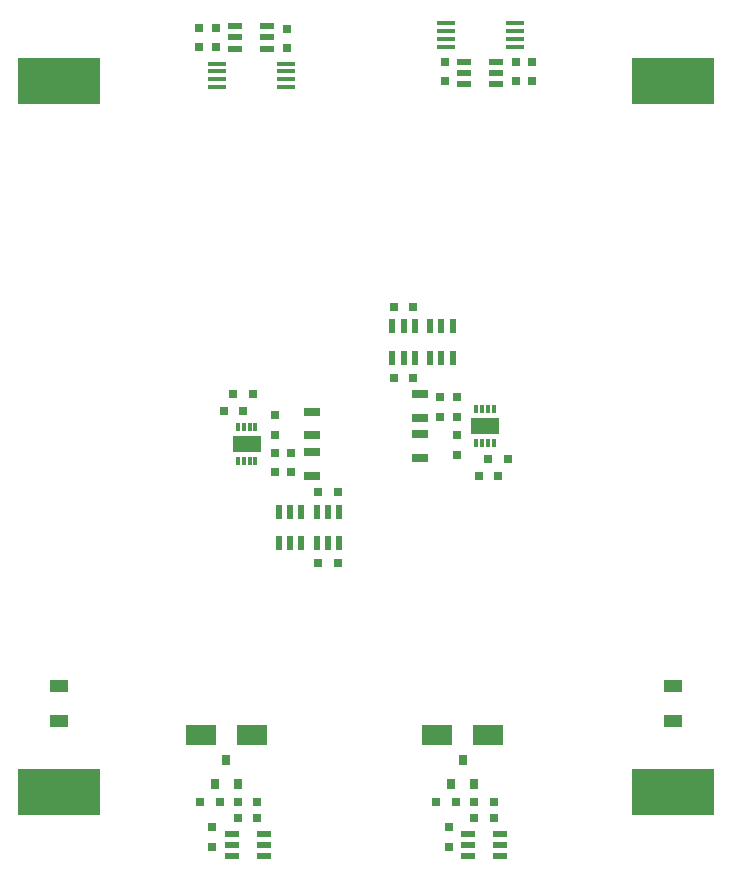
<source format=gbp>
G04*
G04 #@! TF.GenerationSoftware,Altium Limited,Altium Designer,22.1.2 (22)*
G04*
G04 Layer_Color=128*
%FSAX44Y44*%
%MOMM*%
G71*
G04*
G04 #@! TF.SameCoordinates,F43461BC-9A11-44EE-9FD3-1ED57B95CCFA*
G04*
G04*
G04 #@! TF.FilePolarity,Positive*
G04*
G01*
G75*
%ADD16R,0.8000X0.8000*%
%ADD17R,0.8000X0.8000*%
%ADD28R,1.4000X0.8000*%
%ADD29R,1.5000X0.4500*%
%ADD30R,1.2000X0.6000*%
%ADD31R,2.4000X1.3500*%
%ADD32R,0.3000X0.7000*%
%ADD33R,0.6000X1.2000*%
%ADD34R,1.6000X1.0000*%
%ADD35R,2.6500X1.7500*%
%ADD36R,0.8000X0.9500*%
%ADD37R,7.0000X4.0000*%
D16*
X00597000Y00818250D02*
D03*
Y00801750D02*
D03*
X00611000D02*
D03*
Y00818250D02*
D03*
X00537000Y00801750D02*
D03*
Y00818250D02*
D03*
X00329000Y00847250D02*
D03*
Y00830750D02*
D03*
X00343000Y00830750D02*
D03*
Y00847250D02*
D03*
X00403000Y00846250D02*
D03*
Y00829750D02*
D03*
X00547000Y00485750D02*
D03*
Y00502250D02*
D03*
X00533000Y00534250D02*
D03*
Y00517750D02*
D03*
X00547000Y00534250D02*
D03*
Y00517750D02*
D03*
X00393000Y00519250D02*
D03*
Y00502750D02*
D03*
Y00470750D02*
D03*
Y00487250D02*
D03*
X00407000Y00470750D02*
D03*
Y00487250D02*
D03*
X00340000Y00153750D02*
D03*
Y00170250D02*
D03*
X00540000Y00153750D02*
D03*
Y00170250D02*
D03*
D17*
X00573750Y00482000D02*
D03*
X00590250Y00482000D02*
D03*
X00582250Y00468000D02*
D03*
X00565750Y00468000D02*
D03*
X00510250Y00551000D02*
D03*
X00493750D02*
D03*
X00510250Y00611000D02*
D03*
X00493750D02*
D03*
X00357750Y00537000D02*
D03*
X00374250D02*
D03*
X00366250Y00523000D02*
D03*
X00349750D02*
D03*
X00429750Y00454000D02*
D03*
X00446250D02*
D03*
X00429750Y00394000D02*
D03*
X00446250D02*
D03*
X00346250Y00192000D02*
D03*
X00329750D02*
D03*
X00378250D02*
D03*
X00361750D02*
D03*
X00378250Y00178000D02*
D03*
X00361750D02*
D03*
X00546250Y00192000D02*
D03*
X00529750D02*
D03*
X00578250D02*
D03*
X00561750D02*
D03*
X00578250Y00178000D02*
D03*
X00561750D02*
D03*
D28*
X00516000Y00517000D02*
D03*
Y00537000D02*
D03*
X00424000Y00488000D02*
D03*
Y00468000D02*
D03*
X00516000Y00503000D02*
D03*
Y00483000D02*
D03*
X00424000Y00502000D02*
D03*
Y00522000D02*
D03*
D29*
X00538000Y00831250D02*
D03*
X00538000Y00837750D02*
D03*
Y00844250D02*
D03*
Y00850750D02*
D03*
X00596000Y00831250D02*
D03*
Y00837750D02*
D03*
X00596000Y00844250D02*
D03*
X00596000Y00850750D02*
D03*
X00402000Y00816750D02*
D03*
Y00810250D02*
D03*
Y00803750D02*
D03*
Y00797250D02*
D03*
X00344000Y00816750D02*
D03*
Y00810250D02*
D03*
Y00803750D02*
D03*
X00344000Y00797250D02*
D03*
D30*
X00580500Y00799500D02*
D03*
Y00809000D02*
D03*
Y00818500D02*
D03*
X00553500D02*
D03*
Y00809000D02*
D03*
Y00799500D02*
D03*
X00359500Y00848500D02*
D03*
Y00839000D02*
D03*
Y00829500D02*
D03*
X00386500D02*
D03*
Y00839000D02*
D03*
Y00848500D02*
D03*
X00383500Y00145500D02*
D03*
X00383500Y00155000D02*
D03*
X00383500Y00164500D02*
D03*
X00356500D02*
D03*
X00356500Y00155000D02*
D03*
X00356500Y00145500D02*
D03*
X00583500D02*
D03*
X00583500Y00155000D02*
D03*
X00583500Y00164500D02*
D03*
X00556500D02*
D03*
X00556500Y00155000D02*
D03*
X00556500Y00145500D02*
D03*
D31*
X00571000Y00510000D02*
D03*
X00369000Y00495000D02*
D03*
D32*
X00578500Y00524250D02*
D03*
X00573500D02*
D03*
X00568500D02*
D03*
X00563500D02*
D03*
Y00495750D02*
D03*
X00568500D02*
D03*
X00578500D02*
D03*
X00573500D02*
D03*
X00361500Y00480750D02*
D03*
X00366500D02*
D03*
X00371500D02*
D03*
X00376500D02*
D03*
Y00509250D02*
D03*
X00371500D02*
D03*
X00361500D02*
D03*
X00366500D02*
D03*
D33*
X00511500Y00594500D02*
D03*
X00502000Y00594500D02*
D03*
X00492500Y00594500D02*
D03*
Y00567500D02*
D03*
X00502000Y00567500D02*
D03*
X00511500Y00567500D02*
D03*
X00543500Y00594500D02*
D03*
X00534000Y00594500D02*
D03*
X00524500Y00594500D02*
D03*
Y00567500D02*
D03*
X00534000Y00567500D02*
D03*
X00543500Y00567500D02*
D03*
X00396500Y00410500D02*
D03*
X00406000D02*
D03*
X00415500D02*
D03*
Y00437500D02*
D03*
X00406000D02*
D03*
X00396500Y00437500D02*
D03*
X00428500Y00410500D02*
D03*
X00438000D02*
D03*
X00447500D02*
D03*
Y00437500D02*
D03*
X00438000Y00437500D02*
D03*
X00428500Y00437500D02*
D03*
D34*
X00210000Y00260000D02*
D03*
Y00290000D02*
D03*
X00730000Y00260000D02*
D03*
Y00290000D02*
D03*
D35*
X00330500Y00248000D02*
D03*
X00373500D02*
D03*
X00573500D02*
D03*
X00530500D02*
D03*
D36*
X00561500Y00207000D02*
D03*
X00552000Y00227000D02*
D03*
X00542500Y00207000D02*
D03*
X00342500D02*
D03*
X00352000Y00227000D02*
D03*
X00361500Y00207000D02*
D03*
D37*
X00210000Y00200000D02*
D03*
Y00802000D02*
D03*
X00730000Y00200000D02*
D03*
Y00802000D02*
D03*
M02*

</source>
